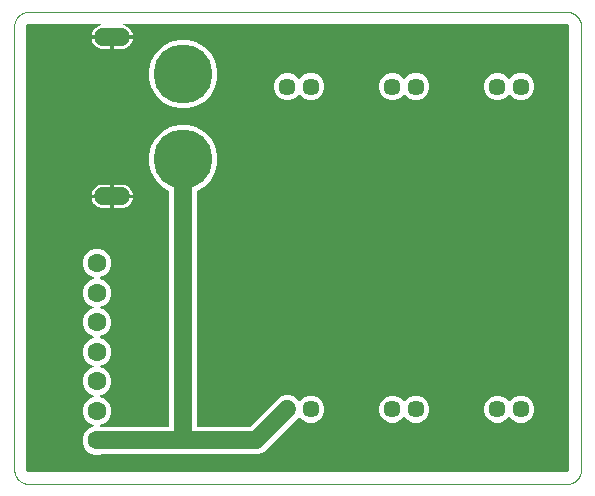
<source format=gtl>
G04 EAGLE Gerber RS-274X export*
G75*
%MOMM*%
%FSLAX34Y34*%
%LPD*%
%INTop Copper*%
%IPPOS*%
%AMOC8*
5,1,8,0,0,1.08239X$1,22.5*%
G01*
%ADD10C,0.000000*%
%ADD11C,1.447800*%
%ADD12C,1.600000*%
%ADD13C,5.000000*%
%ADD14C,1.500000*%
%ADD15C,1.524000*%

G36*
X467382Y10164D02*
X467382Y10164D01*
X467420Y10163D01*
X467698Y10185D01*
X467703Y10186D01*
X467709Y10186D01*
X467873Y10220D01*
X468402Y10392D01*
X468434Y10408D01*
X468469Y10417D01*
X468615Y10500D01*
X469065Y10827D01*
X469090Y10852D01*
X469120Y10871D01*
X469233Y10995D01*
X469560Y11445D01*
X469576Y11477D01*
X469599Y11505D01*
X469668Y11658D01*
X469840Y12187D01*
X469841Y12192D01*
X469844Y12197D01*
X469875Y12362D01*
X469897Y12640D01*
X469895Y12662D01*
X469899Y12700D01*
X469899Y387350D01*
X469896Y387372D01*
X469897Y387410D01*
X469875Y387688D01*
X469874Y387693D01*
X469874Y387699D01*
X469840Y387863D01*
X469668Y388392D01*
X469652Y388424D01*
X469643Y388459D01*
X469560Y388605D01*
X469233Y389055D01*
X469208Y389080D01*
X469189Y389110D01*
X469065Y389223D01*
X468615Y389550D01*
X468583Y389566D01*
X468555Y389589D01*
X468402Y389658D01*
X467873Y389830D01*
X467868Y389831D01*
X467863Y389834D01*
X467698Y389865D01*
X467420Y389887D01*
X467398Y389885D01*
X467360Y389889D01*
X93208Y389889D01*
X93204Y389889D01*
X93200Y389889D01*
X93081Y389868D01*
X92965Y389850D01*
X92962Y389848D01*
X92958Y389847D01*
X92851Y389789D01*
X92748Y389734D01*
X92745Y389732D01*
X92742Y389730D01*
X92659Y389641D01*
X92578Y389556D01*
X92577Y389552D01*
X92574Y389550D01*
X92525Y389441D01*
X92475Y389333D01*
X92474Y389329D01*
X92473Y389325D01*
X92461Y389206D01*
X92448Y389089D01*
X92449Y389085D01*
X92448Y389081D01*
X92475Y388964D01*
X92500Y388848D01*
X92502Y388845D01*
X92503Y388841D01*
X92566Y388738D01*
X92626Y388637D01*
X92629Y388635D01*
X92631Y388631D01*
X92723Y388554D01*
X92813Y388477D01*
X92817Y388476D01*
X92820Y388473D01*
X92973Y388404D01*
X94354Y387955D01*
X95763Y387238D01*
X97041Y386309D01*
X98159Y385191D01*
X99088Y383913D01*
X99805Y382504D01*
X100294Y381001D01*
X100425Y380173D01*
X83762Y380173D01*
X83742Y380170D01*
X83723Y380172D01*
X83621Y380150D01*
X83519Y380133D01*
X83502Y380124D01*
X83482Y380120D01*
X83393Y380067D01*
X83302Y380018D01*
X83288Y380004D01*
X83271Y379994D01*
X83204Y379915D01*
X83133Y379840D01*
X83124Y379822D01*
X83111Y379807D01*
X83072Y379711D01*
X83029Y379617D01*
X83027Y379597D01*
X83019Y379579D01*
X83001Y379412D01*
X83001Y378649D01*
X82999Y378649D01*
X82999Y379412D01*
X82996Y379432D01*
X82998Y379451D01*
X82976Y379553D01*
X82959Y379655D01*
X82950Y379672D01*
X82946Y379692D01*
X82893Y379781D01*
X82844Y379872D01*
X82830Y379886D01*
X82820Y379903D01*
X82741Y379970D01*
X82666Y380041D01*
X82648Y380050D01*
X82633Y380063D01*
X82537Y380102D01*
X82443Y380145D01*
X82423Y380147D01*
X82405Y380155D01*
X82238Y380173D01*
X65575Y380173D01*
X65706Y381001D01*
X66195Y382504D01*
X66912Y383913D01*
X67841Y385191D01*
X68959Y386309D01*
X70237Y387238D01*
X71646Y387955D01*
X73027Y388404D01*
X73031Y388406D01*
X73035Y388407D01*
X73139Y388462D01*
X73246Y388517D01*
X73249Y388520D01*
X73252Y388522D01*
X73334Y388608D01*
X73417Y388693D01*
X73419Y388697D01*
X73422Y388700D01*
X73472Y388808D01*
X73523Y388915D01*
X73524Y388919D01*
X73525Y388923D01*
X73538Y389041D01*
X73553Y389160D01*
X73552Y389164D01*
X73552Y389167D01*
X73527Y389285D01*
X73503Y389400D01*
X73501Y389404D01*
X73500Y389408D01*
X73439Y389510D01*
X73379Y389613D01*
X73376Y389616D01*
X73374Y389619D01*
X73283Y389696D01*
X73194Y389775D01*
X73190Y389776D01*
X73187Y389779D01*
X73075Y389824D01*
X72966Y389869D01*
X72963Y389869D01*
X72959Y389871D01*
X72792Y389889D01*
X12700Y389889D01*
X12678Y389886D01*
X12640Y389887D01*
X12362Y389865D01*
X12357Y389864D01*
X12351Y389864D01*
X12187Y389830D01*
X11658Y389658D01*
X11626Y389642D01*
X11591Y389633D01*
X11445Y389550D01*
X10995Y389223D01*
X10970Y389198D01*
X10940Y389179D01*
X10827Y389055D01*
X10500Y388605D01*
X10484Y388573D01*
X10461Y388545D01*
X10392Y388392D01*
X10220Y387863D01*
X10219Y387858D01*
X10216Y387853D01*
X10185Y387688D01*
X10163Y387410D01*
X10165Y387388D01*
X10161Y387350D01*
X10161Y12700D01*
X10164Y12678D01*
X10163Y12640D01*
X10185Y12362D01*
X10186Y12357D01*
X10186Y12351D01*
X10220Y12187D01*
X10392Y11658D01*
X10408Y11626D01*
X10417Y11591D01*
X10500Y11445D01*
X10827Y10995D01*
X10852Y10970D01*
X10871Y10940D01*
X10995Y10827D01*
X11445Y10500D01*
X11477Y10484D01*
X11505Y10461D01*
X11658Y10392D01*
X12187Y10220D01*
X12192Y10219D01*
X12197Y10216D01*
X12362Y10185D01*
X12640Y10163D01*
X12662Y10165D01*
X12700Y10161D01*
X467360Y10161D01*
X467382Y10164D01*
G37*
%LPC*%
G36*
X67600Y24935D02*
X67600Y24935D01*
X63166Y26772D01*
X59772Y30166D01*
X57935Y34600D01*
X57935Y39400D01*
X59772Y43834D01*
X63166Y47228D01*
X66953Y48797D01*
X67014Y48834D01*
X67080Y48864D01*
X67118Y48899D01*
X67162Y48926D01*
X67208Y48981D01*
X67261Y49030D01*
X67286Y49076D01*
X67319Y49116D01*
X67345Y49183D01*
X67379Y49246D01*
X67388Y49297D01*
X67407Y49345D01*
X67410Y49417D01*
X67423Y49488D01*
X67415Y49539D01*
X67418Y49591D01*
X67398Y49660D01*
X67387Y49731D01*
X67364Y49777D01*
X67349Y49827D01*
X67308Y49886D01*
X67276Y49950D01*
X67238Y49987D01*
X67209Y50029D01*
X67151Y50072D01*
X67100Y50122D01*
X67037Y50157D01*
X67011Y50176D01*
X66989Y50183D01*
X66953Y50203D01*
X63166Y51772D01*
X59772Y55166D01*
X57935Y59600D01*
X57935Y64400D01*
X59772Y68834D01*
X63166Y72228D01*
X66953Y73797D01*
X67014Y73834D01*
X67080Y73864D01*
X67118Y73899D01*
X67162Y73926D01*
X67208Y73981D01*
X67261Y74030D01*
X67286Y74076D01*
X67319Y74116D01*
X67345Y74183D01*
X67379Y74246D01*
X67388Y74297D01*
X67407Y74345D01*
X67410Y74417D01*
X67423Y74488D01*
X67415Y74539D01*
X67418Y74591D01*
X67398Y74660D01*
X67387Y74731D01*
X67364Y74777D01*
X67349Y74827D01*
X67308Y74886D01*
X67276Y74950D01*
X67238Y74987D01*
X67209Y75029D01*
X67151Y75072D01*
X67100Y75122D01*
X67037Y75157D01*
X67011Y75176D01*
X66989Y75183D01*
X66953Y75203D01*
X63166Y76772D01*
X59772Y80166D01*
X57935Y84600D01*
X57935Y89400D01*
X59772Y93834D01*
X63166Y97228D01*
X66953Y98797D01*
X67014Y98834D01*
X67080Y98864D01*
X67118Y98899D01*
X67162Y98926D01*
X67208Y98981D01*
X67261Y99030D01*
X67286Y99076D01*
X67319Y99116D01*
X67345Y99183D01*
X67379Y99246D01*
X67388Y99297D01*
X67407Y99345D01*
X67410Y99417D01*
X67423Y99488D01*
X67415Y99539D01*
X67418Y99591D01*
X67398Y99660D01*
X67387Y99731D01*
X67364Y99777D01*
X67349Y99827D01*
X67308Y99886D01*
X67276Y99950D01*
X67238Y99987D01*
X67209Y100029D01*
X67151Y100072D01*
X67100Y100122D01*
X67037Y100157D01*
X67011Y100176D01*
X66989Y100183D01*
X66953Y100203D01*
X63166Y101772D01*
X59772Y105166D01*
X57935Y109600D01*
X57935Y114400D01*
X59772Y118834D01*
X63166Y122228D01*
X66953Y123797D01*
X67014Y123834D01*
X67080Y123864D01*
X67118Y123899D01*
X67162Y123926D01*
X67208Y123981D01*
X67261Y124030D01*
X67286Y124076D01*
X67319Y124116D01*
X67345Y124183D01*
X67379Y124246D01*
X67388Y124297D01*
X67407Y124345D01*
X67410Y124417D01*
X67423Y124488D01*
X67415Y124539D01*
X67418Y124591D01*
X67398Y124660D01*
X67387Y124731D01*
X67364Y124777D01*
X67349Y124827D01*
X67308Y124886D01*
X67276Y124950D01*
X67238Y124987D01*
X67209Y125029D01*
X67151Y125072D01*
X67100Y125122D01*
X67037Y125157D01*
X67011Y125176D01*
X66989Y125183D01*
X66953Y125203D01*
X63166Y126772D01*
X59772Y130166D01*
X57935Y134600D01*
X57935Y139400D01*
X59772Y143834D01*
X63166Y147228D01*
X66953Y148797D01*
X67014Y148834D01*
X67080Y148864D01*
X67118Y148899D01*
X67162Y148926D01*
X67208Y148981D01*
X67261Y149030D01*
X67286Y149076D01*
X67319Y149116D01*
X67345Y149183D01*
X67379Y149246D01*
X67388Y149297D01*
X67407Y149345D01*
X67410Y149417D01*
X67423Y149488D01*
X67415Y149539D01*
X67418Y149591D01*
X67398Y149660D01*
X67387Y149731D01*
X67364Y149777D01*
X67349Y149827D01*
X67308Y149886D01*
X67276Y149950D01*
X67238Y149987D01*
X67209Y150029D01*
X67151Y150072D01*
X67100Y150122D01*
X67037Y150157D01*
X67011Y150176D01*
X66989Y150183D01*
X66953Y150203D01*
X63166Y151772D01*
X59772Y155166D01*
X57935Y159600D01*
X57935Y164400D01*
X59772Y168834D01*
X63166Y172228D01*
X66953Y173797D01*
X67014Y173834D01*
X67080Y173864D01*
X67118Y173899D01*
X67162Y173926D01*
X67208Y173981D01*
X67261Y174030D01*
X67286Y174076D01*
X67319Y174116D01*
X67345Y174183D01*
X67379Y174246D01*
X67388Y174297D01*
X67407Y174345D01*
X67410Y174417D01*
X67423Y174488D01*
X67415Y174539D01*
X67418Y174591D01*
X67398Y174660D01*
X67387Y174731D01*
X67364Y174777D01*
X67349Y174827D01*
X67308Y174886D01*
X67276Y174950D01*
X67238Y174987D01*
X67209Y175029D01*
X67151Y175072D01*
X67100Y175122D01*
X67037Y175157D01*
X67011Y175176D01*
X66989Y175183D01*
X66953Y175203D01*
X63166Y176772D01*
X59772Y180166D01*
X57935Y184600D01*
X57935Y189400D01*
X59772Y193834D01*
X63166Y197228D01*
X67600Y199065D01*
X72400Y199065D01*
X76834Y197228D01*
X80228Y193834D01*
X82065Y189400D01*
X82065Y184600D01*
X80228Y180166D01*
X76834Y176772D01*
X73047Y175203D01*
X72986Y175165D01*
X72920Y175136D01*
X72882Y175101D01*
X72838Y175074D01*
X72792Y175018D01*
X72739Y174970D01*
X72714Y174924D01*
X72681Y174884D01*
X72655Y174817D01*
X72621Y174754D01*
X72611Y174703D01*
X72593Y174655D01*
X72590Y174583D01*
X72577Y174512D01*
X72585Y174461D01*
X72582Y174409D01*
X72602Y174340D01*
X72613Y174269D01*
X72636Y174223D01*
X72651Y174173D01*
X72692Y174114D01*
X72724Y174050D01*
X72762Y174013D01*
X72791Y173971D01*
X72849Y173928D01*
X72900Y173878D01*
X72963Y173843D01*
X72989Y173824D01*
X73011Y173817D01*
X73047Y173797D01*
X76834Y172228D01*
X80228Y168834D01*
X82065Y164400D01*
X82065Y159600D01*
X80228Y155166D01*
X76834Y151772D01*
X73047Y150203D01*
X72986Y150165D01*
X72920Y150136D01*
X72882Y150101D01*
X72838Y150074D01*
X72792Y150018D01*
X72739Y149970D01*
X72714Y149924D01*
X72681Y149884D01*
X72655Y149817D01*
X72621Y149754D01*
X72611Y149703D01*
X72593Y149655D01*
X72590Y149583D01*
X72577Y149512D01*
X72585Y149461D01*
X72582Y149409D01*
X72602Y149340D01*
X72613Y149269D01*
X72636Y149223D01*
X72651Y149173D01*
X72692Y149114D01*
X72724Y149050D01*
X72762Y149013D01*
X72791Y148971D01*
X72849Y148928D01*
X72900Y148878D01*
X72963Y148843D01*
X72989Y148824D01*
X73011Y148817D01*
X73047Y148797D01*
X76834Y147228D01*
X80228Y143834D01*
X82065Y139400D01*
X82065Y134600D01*
X80228Y130166D01*
X76834Y126772D01*
X73047Y125203D01*
X72986Y125165D01*
X72920Y125136D01*
X72882Y125101D01*
X72838Y125074D01*
X72792Y125018D01*
X72739Y124970D01*
X72714Y124924D01*
X72681Y124884D01*
X72655Y124817D01*
X72621Y124754D01*
X72611Y124703D01*
X72593Y124655D01*
X72590Y124583D01*
X72577Y124512D01*
X72585Y124461D01*
X72582Y124409D01*
X72602Y124340D01*
X72613Y124269D01*
X72636Y124223D01*
X72651Y124173D01*
X72692Y124114D01*
X72724Y124050D01*
X72762Y124013D01*
X72791Y123971D01*
X72849Y123928D01*
X72900Y123878D01*
X72963Y123843D01*
X72989Y123824D01*
X73011Y123817D01*
X73047Y123797D01*
X76834Y122228D01*
X80228Y118834D01*
X82065Y114400D01*
X82065Y109600D01*
X80228Y105166D01*
X76834Y101772D01*
X73047Y100203D01*
X72986Y100165D01*
X72920Y100136D01*
X72882Y100101D01*
X72838Y100074D01*
X72792Y100018D01*
X72739Y99970D01*
X72714Y99924D01*
X72681Y99884D01*
X72655Y99817D01*
X72621Y99754D01*
X72611Y99703D01*
X72593Y99655D01*
X72590Y99583D01*
X72577Y99512D01*
X72585Y99461D01*
X72582Y99409D01*
X72602Y99340D01*
X72613Y99269D01*
X72636Y99223D01*
X72651Y99173D01*
X72692Y99114D01*
X72724Y99050D01*
X72762Y99013D01*
X72791Y98971D01*
X72849Y98928D01*
X72900Y98878D01*
X72963Y98843D01*
X72989Y98824D01*
X73011Y98817D01*
X73047Y98797D01*
X76834Y97228D01*
X80228Y93834D01*
X82065Y89400D01*
X82065Y84600D01*
X80228Y80166D01*
X76834Y76772D01*
X73047Y75203D01*
X72986Y75165D01*
X72920Y75136D01*
X72882Y75101D01*
X72838Y75074D01*
X72792Y75018D01*
X72739Y74970D01*
X72714Y74924D01*
X72681Y74884D01*
X72655Y74817D01*
X72621Y74754D01*
X72611Y74703D01*
X72593Y74655D01*
X72590Y74583D01*
X72577Y74512D01*
X72585Y74461D01*
X72582Y74409D01*
X72602Y74340D01*
X72613Y74269D01*
X72636Y74223D01*
X72651Y74173D01*
X72692Y74114D01*
X72724Y74050D01*
X72762Y74013D01*
X72791Y73971D01*
X72849Y73928D01*
X72900Y73878D01*
X72963Y73843D01*
X72989Y73824D01*
X73011Y73817D01*
X73047Y73797D01*
X76834Y72228D01*
X80228Y68834D01*
X82065Y64400D01*
X82065Y59600D01*
X80228Y55166D01*
X76834Y51772D01*
X73047Y50203D01*
X72986Y50165D01*
X72920Y50136D01*
X72882Y50101D01*
X72838Y50074D01*
X72792Y50018D01*
X72739Y49970D01*
X72714Y49924D01*
X72681Y49884D01*
X72655Y49817D01*
X72621Y49754D01*
X72611Y49703D01*
X72593Y49655D01*
X72590Y49583D01*
X72577Y49512D01*
X72585Y49461D01*
X72582Y49409D01*
X72602Y49340D01*
X72613Y49269D01*
X72636Y49223D01*
X72651Y49173D01*
X72692Y49114D01*
X72724Y49050D01*
X72762Y49013D01*
X72791Y48971D01*
X72849Y48928D01*
X72900Y48878D01*
X72963Y48843D01*
X72989Y48824D01*
X73011Y48817D01*
X73047Y48797D01*
X73177Y48743D01*
X73241Y48728D01*
X73302Y48703D01*
X73385Y48694D01*
X73417Y48686D01*
X73436Y48688D01*
X73469Y48685D01*
X130554Y48685D01*
X130574Y48688D01*
X130593Y48686D01*
X130695Y48708D01*
X130797Y48724D01*
X130814Y48734D01*
X130834Y48738D01*
X130923Y48791D01*
X131014Y48840D01*
X131028Y48854D01*
X131045Y48864D01*
X131112Y48943D01*
X131184Y49018D01*
X131192Y49036D01*
X131205Y49051D01*
X131244Y49147D01*
X131287Y49241D01*
X131289Y49261D01*
X131297Y49279D01*
X131315Y49446D01*
X131315Y247896D01*
X131304Y247962D01*
X131303Y248030D01*
X131285Y248083D01*
X131276Y248138D01*
X131244Y248198D01*
X131221Y248262D01*
X131187Y248306D01*
X131160Y248356D01*
X131112Y248402D01*
X131070Y248456D01*
X131006Y248502D01*
X130982Y248525D01*
X130963Y248534D01*
X130935Y248555D01*
X125154Y251892D01*
X119742Y257304D01*
X115916Y263931D01*
X113935Y271324D01*
X113935Y278976D01*
X115916Y286369D01*
X119742Y292996D01*
X125154Y298408D01*
X131781Y302234D01*
X139174Y304215D01*
X146826Y304215D01*
X154219Y302234D01*
X160846Y298408D01*
X166258Y292996D01*
X170084Y286369D01*
X172065Y278976D01*
X172065Y271324D01*
X170084Y263931D01*
X166258Y257304D01*
X160846Y251892D01*
X155065Y248555D01*
X155013Y248512D01*
X154955Y248477D01*
X154918Y248435D01*
X154875Y248399D01*
X154839Y248342D01*
X154795Y248290D01*
X154774Y248238D01*
X154744Y248191D01*
X154728Y248125D01*
X154703Y248062D01*
X154694Y247984D01*
X154687Y247952D01*
X154689Y247931D01*
X154685Y247896D01*
X154685Y49446D01*
X154688Y49426D01*
X154686Y49407D01*
X154708Y49305D01*
X154724Y49203D01*
X154734Y49186D01*
X154738Y49166D01*
X154791Y49077D01*
X154840Y48986D01*
X154854Y48972D01*
X154864Y48955D01*
X154943Y48888D01*
X155018Y48816D01*
X155036Y48808D01*
X155051Y48795D01*
X155147Y48756D01*
X155241Y48713D01*
X155261Y48711D01*
X155279Y48703D01*
X155446Y48685D01*
X199645Y48685D01*
X199735Y48699D01*
X199826Y48707D01*
X199855Y48719D01*
X199887Y48724D01*
X199968Y48767D01*
X200052Y48803D01*
X200084Y48829D01*
X200105Y48840D01*
X200127Y48863D01*
X200183Y48908D01*
X224681Y73406D01*
X228976Y75185D01*
X233624Y75185D01*
X237919Y73406D01*
X241031Y70294D01*
X241047Y70282D01*
X241060Y70266D01*
X241147Y70210D01*
X241231Y70150D01*
X241250Y70144D01*
X241267Y70133D01*
X241367Y70108D01*
X241466Y70078D01*
X241486Y70078D01*
X241505Y70073D01*
X241608Y70081D01*
X241712Y70084D01*
X241731Y70091D01*
X241750Y70092D01*
X241845Y70133D01*
X241943Y70168D01*
X241958Y70181D01*
X241977Y70189D01*
X242108Y70294D01*
X244897Y73083D01*
X249052Y74804D01*
X253548Y74804D01*
X257703Y73083D01*
X260883Y69903D01*
X262604Y65748D01*
X262604Y61252D01*
X260883Y57097D01*
X257703Y53917D01*
X253548Y52196D01*
X249052Y52196D01*
X244897Y53917D01*
X242108Y56706D01*
X242092Y56718D01*
X242079Y56734D01*
X241992Y56790D01*
X241908Y56850D01*
X241889Y56856D01*
X241872Y56867D01*
X241772Y56892D01*
X241673Y56922D01*
X241653Y56922D01*
X241634Y56927D01*
X241531Y56919D01*
X241427Y56916D01*
X241408Y56909D01*
X241388Y56908D01*
X241294Y56867D01*
X241196Y56832D01*
X241180Y56819D01*
X241162Y56811D01*
X241031Y56706D01*
X211419Y27094D01*
X207124Y25315D01*
X73469Y25315D01*
X73404Y25305D01*
X73338Y25304D01*
X73258Y25281D01*
X73226Y25276D01*
X73209Y25266D01*
X73177Y25257D01*
X72400Y24935D01*
X67600Y24935D01*
G37*
%LPD*%
%LPC*%
G36*
X139174Y318085D02*
X139174Y318085D01*
X131781Y320066D01*
X125154Y323892D01*
X119742Y329304D01*
X115916Y335931D01*
X113935Y343324D01*
X113935Y350976D01*
X115916Y358369D01*
X119742Y364996D01*
X125154Y370408D01*
X131781Y374234D01*
X139174Y376215D01*
X146826Y376215D01*
X154219Y374234D01*
X160846Y370408D01*
X166258Y364996D01*
X170084Y358369D01*
X172065Y350976D01*
X172065Y343324D01*
X170084Y335931D01*
X166258Y329304D01*
X160846Y323892D01*
X154219Y320066D01*
X146826Y318085D01*
X139174Y318085D01*
G37*
%LPD*%
%LPC*%
G36*
X406852Y325246D02*
X406852Y325246D01*
X402697Y326967D01*
X399517Y330147D01*
X397796Y334302D01*
X397796Y338798D01*
X399517Y342953D01*
X402697Y346133D01*
X406852Y347854D01*
X411348Y347854D01*
X415503Y346133D01*
X418562Y343074D01*
X418578Y343063D01*
X418590Y343047D01*
X418678Y342991D01*
X418761Y342931D01*
X418780Y342925D01*
X418797Y342914D01*
X418898Y342889D01*
X418997Y342858D01*
X419016Y342859D01*
X419036Y342854D01*
X419139Y342862D01*
X419242Y342865D01*
X419261Y342872D01*
X419281Y342873D01*
X419376Y342913D01*
X419473Y342949D01*
X419489Y342962D01*
X419507Y342969D01*
X419638Y343074D01*
X422697Y346133D01*
X426852Y347854D01*
X431348Y347854D01*
X435503Y346133D01*
X438683Y342953D01*
X440404Y338798D01*
X440404Y334302D01*
X438683Y330147D01*
X435503Y326967D01*
X431348Y325246D01*
X426852Y325246D01*
X422697Y326967D01*
X419638Y330026D01*
X419622Y330037D01*
X419610Y330053D01*
X419522Y330109D01*
X419439Y330169D01*
X419420Y330175D01*
X419403Y330186D01*
X419302Y330211D01*
X419203Y330242D01*
X419184Y330241D01*
X419164Y330246D01*
X419061Y330238D01*
X418958Y330235D01*
X418939Y330228D01*
X418919Y330227D01*
X418824Y330187D01*
X418727Y330151D01*
X418711Y330138D01*
X418693Y330131D01*
X418562Y330026D01*
X415503Y326967D01*
X411348Y325246D01*
X406852Y325246D01*
G37*
%LPD*%
%LPC*%
G36*
X317952Y325246D02*
X317952Y325246D01*
X313797Y326967D01*
X310617Y330147D01*
X308896Y334302D01*
X308896Y338798D01*
X310617Y342953D01*
X313797Y346133D01*
X317952Y347854D01*
X322448Y347854D01*
X326603Y346133D01*
X329662Y343074D01*
X329678Y343063D01*
X329690Y343047D01*
X329778Y342991D01*
X329861Y342931D01*
X329880Y342925D01*
X329897Y342914D01*
X329998Y342889D01*
X330097Y342858D01*
X330116Y342859D01*
X330136Y342854D01*
X330239Y342862D01*
X330342Y342865D01*
X330361Y342872D01*
X330381Y342873D01*
X330476Y342913D01*
X330573Y342949D01*
X330589Y342962D01*
X330607Y342969D01*
X330738Y343074D01*
X333797Y346133D01*
X337952Y347854D01*
X342448Y347854D01*
X346603Y346133D01*
X349783Y342953D01*
X351504Y338798D01*
X351504Y334302D01*
X349783Y330147D01*
X346603Y326967D01*
X342448Y325246D01*
X337952Y325246D01*
X333797Y326967D01*
X330738Y330026D01*
X330722Y330037D01*
X330710Y330053D01*
X330622Y330109D01*
X330539Y330169D01*
X330520Y330175D01*
X330503Y330186D01*
X330402Y330211D01*
X330303Y330242D01*
X330284Y330241D01*
X330264Y330246D01*
X330161Y330238D01*
X330058Y330235D01*
X330039Y330228D01*
X330019Y330227D01*
X329924Y330187D01*
X329827Y330151D01*
X329811Y330138D01*
X329793Y330131D01*
X329662Y330026D01*
X326603Y326967D01*
X322448Y325246D01*
X317952Y325246D01*
G37*
%LPD*%
%LPC*%
G36*
X229052Y325246D02*
X229052Y325246D01*
X224897Y326967D01*
X221717Y330147D01*
X219996Y334302D01*
X219996Y338798D01*
X221717Y342953D01*
X224897Y346133D01*
X229052Y347854D01*
X233548Y347854D01*
X237703Y346133D01*
X240762Y343074D01*
X240778Y343063D01*
X240790Y343047D01*
X240878Y342991D01*
X240961Y342931D01*
X240980Y342925D01*
X240997Y342914D01*
X241098Y342889D01*
X241197Y342858D01*
X241216Y342859D01*
X241236Y342854D01*
X241339Y342862D01*
X241442Y342865D01*
X241461Y342872D01*
X241481Y342873D01*
X241576Y342913D01*
X241673Y342949D01*
X241689Y342962D01*
X241707Y342969D01*
X241838Y343074D01*
X244897Y346133D01*
X249052Y347854D01*
X253548Y347854D01*
X257703Y346133D01*
X260883Y342953D01*
X262604Y338798D01*
X262604Y334302D01*
X260883Y330147D01*
X257703Y326967D01*
X253548Y325246D01*
X249052Y325246D01*
X244897Y326967D01*
X241838Y330026D01*
X241822Y330037D01*
X241810Y330053D01*
X241722Y330109D01*
X241639Y330169D01*
X241620Y330175D01*
X241603Y330186D01*
X241502Y330211D01*
X241403Y330242D01*
X241384Y330241D01*
X241364Y330246D01*
X241261Y330238D01*
X241158Y330235D01*
X241139Y330228D01*
X241119Y330227D01*
X241024Y330187D01*
X240927Y330151D01*
X240911Y330138D01*
X240893Y330131D01*
X240762Y330026D01*
X237703Y326967D01*
X233548Y325246D01*
X229052Y325246D01*
G37*
%LPD*%
%LPC*%
G36*
X406852Y52196D02*
X406852Y52196D01*
X402697Y53917D01*
X399517Y57097D01*
X397796Y61252D01*
X397796Y65748D01*
X399517Y69903D01*
X402697Y73083D01*
X406852Y74804D01*
X411348Y74804D01*
X415503Y73083D01*
X418562Y70024D01*
X418578Y70013D01*
X418590Y69997D01*
X418678Y69941D01*
X418761Y69881D01*
X418780Y69875D01*
X418797Y69864D01*
X418898Y69839D01*
X418997Y69808D01*
X419016Y69809D01*
X419036Y69804D01*
X419139Y69812D01*
X419242Y69815D01*
X419261Y69822D01*
X419281Y69823D01*
X419376Y69863D01*
X419473Y69899D01*
X419489Y69912D01*
X419507Y69919D01*
X419638Y70024D01*
X422697Y73083D01*
X426852Y74804D01*
X431348Y74804D01*
X435503Y73083D01*
X438683Y69903D01*
X440404Y65748D01*
X440404Y61252D01*
X438683Y57097D01*
X435503Y53917D01*
X431348Y52196D01*
X426852Y52196D01*
X422697Y53917D01*
X419638Y56976D01*
X419622Y56987D01*
X419610Y57003D01*
X419522Y57059D01*
X419439Y57119D01*
X419420Y57125D01*
X419403Y57136D01*
X419302Y57161D01*
X419203Y57192D01*
X419184Y57191D01*
X419164Y57196D01*
X419061Y57188D01*
X418958Y57185D01*
X418939Y57178D01*
X418919Y57177D01*
X418824Y57137D01*
X418727Y57101D01*
X418711Y57088D01*
X418693Y57081D01*
X418562Y56976D01*
X415503Y53917D01*
X411348Y52196D01*
X406852Y52196D01*
G37*
%LPD*%
%LPC*%
G36*
X317952Y52196D02*
X317952Y52196D01*
X313797Y53917D01*
X310617Y57097D01*
X308896Y61252D01*
X308896Y65748D01*
X310617Y69903D01*
X313797Y73083D01*
X317952Y74804D01*
X322448Y74804D01*
X326603Y73083D01*
X329662Y70024D01*
X329678Y70013D01*
X329690Y69997D01*
X329778Y69941D01*
X329861Y69881D01*
X329880Y69875D01*
X329897Y69864D01*
X329998Y69839D01*
X330097Y69808D01*
X330116Y69809D01*
X330136Y69804D01*
X330239Y69812D01*
X330342Y69815D01*
X330361Y69822D01*
X330381Y69823D01*
X330476Y69863D01*
X330573Y69899D01*
X330589Y69912D01*
X330607Y69919D01*
X330738Y70024D01*
X333797Y73083D01*
X337952Y74804D01*
X342448Y74804D01*
X346603Y73083D01*
X349783Y69903D01*
X351504Y65748D01*
X351504Y61252D01*
X349783Y57097D01*
X346603Y53917D01*
X342448Y52196D01*
X337952Y52196D01*
X333797Y53917D01*
X330738Y56976D01*
X330722Y56987D01*
X330710Y57003D01*
X330622Y57059D01*
X330539Y57119D01*
X330520Y57125D01*
X330503Y57136D01*
X330402Y57161D01*
X330303Y57192D01*
X330284Y57191D01*
X330264Y57196D01*
X330161Y57188D01*
X330058Y57185D01*
X330039Y57178D01*
X330019Y57177D01*
X329924Y57137D01*
X329827Y57101D01*
X329811Y57088D01*
X329793Y57081D01*
X329662Y56976D01*
X326603Y53917D01*
X322448Y52196D01*
X317952Y52196D01*
G37*
%LPD*%
%LPC*%
G36*
X84523Y245173D02*
X84523Y245173D01*
X84523Y253691D01*
X91290Y253691D01*
X92851Y253444D01*
X94354Y252955D01*
X95763Y252238D01*
X97041Y251309D01*
X98159Y250191D01*
X99088Y248913D01*
X99805Y247504D01*
X100294Y246001D01*
X100425Y245173D01*
X84523Y245173D01*
G37*
%LPD*%
%LPC*%
G36*
X65575Y245173D02*
X65575Y245173D01*
X65706Y246001D01*
X66195Y247504D01*
X66912Y248913D01*
X67841Y250191D01*
X68959Y251309D01*
X70237Y252238D01*
X71646Y252955D01*
X73149Y253444D01*
X74710Y253691D01*
X81477Y253691D01*
X81477Y245173D01*
X65575Y245173D01*
G37*
%LPD*%
%LPC*%
G36*
X84523Y368609D02*
X84523Y368609D01*
X84523Y377127D01*
X100425Y377127D01*
X100294Y376299D01*
X99805Y374796D01*
X99088Y373387D01*
X98159Y372109D01*
X97041Y370991D01*
X95763Y370062D01*
X94354Y369345D01*
X92851Y368856D01*
X91290Y368609D01*
X84523Y368609D01*
G37*
%LPD*%
%LPC*%
G36*
X84523Y233609D02*
X84523Y233609D01*
X84523Y242127D01*
X100425Y242127D01*
X100294Y241299D01*
X99805Y239796D01*
X99088Y238387D01*
X98159Y237109D01*
X97041Y235991D01*
X95763Y235062D01*
X94354Y234345D01*
X92851Y233856D01*
X91290Y233609D01*
X84523Y233609D01*
G37*
%LPD*%
%LPC*%
G36*
X74710Y368609D02*
X74710Y368609D01*
X73149Y368856D01*
X71646Y369345D01*
X70237Y370062D01*
X68959Y370991D01*
X67841Y372109D01*
X66912Y373387D01*
X66195Y374796D01*
X65706Y376299D01*
X65575Y377127D01*
X81477Y377127D01*
X81477Y368609D01*
X74710Y368609D01*
G37*
%LPD*%
%LPC*%
G36*
X74710Y233609D02*
X74710Y233609D01*
X73149Y233856D01*
X71646Y234345D01*
X70237Y235062D01*
X68959Y235991D01*
X67841Y237109D01*
X66912Y238387D01*
X66195Y239796D01*
X65706Y241299D01*
X65575Y242127D01*
X81477Y242127D01*
X81477Y233609D01*
X74710Y233609D01*
G37*
%LPD*%
%LPC*%
G36*
X82999Y243649D02*
X82999Y243649D01*
X82999Y243651D01*
X83001Y243651D01*
X83001Y243649D01*
X82999Y243649D01*
G37*
%LPD*%
D10*
X0Y387350D02*
X0Y12700D01*
X4Y12393D01*
X15Y12086D01*
X33Y11780D01*
X59Y11474D01*
X93Y11169D01*
X133Y10865D01*
X181Y10562D01*
X237Y10260D01*
X299Y9960D01*
X369Y9661D01*
X446Y9364D01*
X530Y9068D01*
X622Y8775D01*
X720Y8485D01*
X825Y8197D01*
X938Y7911D01*
X1057Y7628D01*
X1183Y7348D01*
X1315Y7071D01*
X1455Y6798D01*
X1601Y6528D01*
X1753Y6262D01*
X1912Y5999D01*
X2077Y5740D01*
X2248Y5486D01*
X2425Y5235D01*
X2609Y4989D01*
X2798Y4747D01*
X2993Y4511D01*
X3194Y4278D01*
X3400Y4051D01*
X3612Y3829D01*
X3829Y3612D01*
X4051Y3400D01*
X4278Y3194D01*
X4511Y2993D01*
X4747Y2798D01*
X4989Y2609D01*
X5235Y2425D01*
X5486Y2248D01*
X5740Y2077D01*
X5999Y1912D01*
X6262Y1753D01*
X6528Y1601D01*
X6798Y1455D01*
X7071Y1315D01*
X7348Y1183D01*
X7628Y1057D01*
X7911Y938D01*
X8197Y825D01*
X8485Y720D01*
X8775Y622D01*
X9068Y530D01*
X9364Y446D01*
X9661Y369D01*
X9960Y299D01*
X10260Y237D01*
X10562Y181D01*
X10865Y133D01*
X11169Y93D01*
X11474Y59D01*
X11780Y33D01*
X12086Y15D01*
X12393Y4D01*
X12700Y0D01*
X467360Y0D01*
X467667Y4D01*
X467974Y15D01*
X468280Y33D01*
X468586Y59D01*
X468891Y93D01*
X469195Y133D01*
X469498Y181D01*
X469800Y237D01*
X470100Y299D01*
X470399Y369D01*
X470696Y446D01*
X470992Y530D01*
X471285Y622D01*
X471575Y720D01*
X471863Y825D01*
X472149Y938D01*
X472432Y1057D01*
X472712Y1183D01*
X472989Y1315D01*
X473262Y1455D01*
X473532Y1601D01*
X473798Y1753D01*
X474061Y1912D01*
X474320Y2077D01*
X474574Y2248D01*
X474825Y2425D01*
X475071Y2609D01*
X475313Y2798D01*
X475549Y2993D01*
X475782Y3194D01*
X476009Y3400D01*
X476231Y3612D01*
X476448Y3829D01*
X476660Y4051D01*
X476866Y4278D01*
X477067Y4511D01*
X477262Y4747D01*
X477451Y4989D01*
X477635Y5235D01*
X477812Y5486D01*
X477983Y5740D01*
X478148Y5999D01*
X478307Y6262D01*
X478459Y6528D01*
X478605Y6798D01*
X478745Y7071D01*
X478877Y7348D01*
X479003Y7628D01*
X479122Y7911D01*
X479235Y8197D01*
X479340Y8485D01*
X479438Y8775D01*
X479530Y9068D01*
X479614Y9364D01*
X479691Y9661D01*
X479761Y9960D01*
X479823Y10260D01*
X479879Y10562D01*
X479927Y10865D01*
X479967Y11169D01*
X480001Y11474D01*
X480027Y11780D01*
X480045Y12086D01*
X480056Y12393D01*
X480060Y12700D01*
X480060Y387350D01*
X480056Y387657D01*
X480045Y387964D01*
X480027Y388270D01*
X480001Y388576D01*
X479967Y388881D01*
X479927Y389185D01*
X479879Y389488D01*
X479823Y389790D01*
X479761Y390090D01*
X479691Y390389D01*
X479614Y390686D01*
X479530Y390982D01*
X479438Y391275D01*
X479340Y391565D01*
X479235Y391853D01*
X479122Y392139D01*
X479003Y392422D01*
X478877Y392702D01*
X478745Y392979D01*
X478605Y393252D01*
X478459Y393522D01*
X478307Y393788D01*
X478148Y394051D01*
X477983Y394310D01*
X477812Y394564D01*
X477635Y394815D01*
X477451Y395061D01*
X477262Y395303D01*
X477067Y395539D01*
X476866Y395772D01*
X476660Y395999D01*
X476448Y396221D01*
X476231Y396438D01*
X476009Y396650D01*
X475782Y396856D01*
X475549Y397057D01*
X475313Y397252D01*
X475071Y397441D01*
X474825Y397625D01*
X474574Y397802D01*
X474320Y397973D01*
X474061Y398138D01*
X473798Y398297D01*
X473532Y398449D01*
X473262Y398595D01*
X472989Y398735D01*
X472712Y398867D01*
X472432Y398993D01*
X472149Y399112D01*
X471863Y399225D01*
X471575Y399330D01*
X471285Y399428D01*
X470992Y399520D01*
X470696Y399604D01*
X470399Y399681D01*
X470100Y399751D01*
X469800Y399813D01*
X469498Y399869D01*
X469195Y399917D01*
X468891Y399957D01*
X468586Y399991D01*
X468280Y400017D01*
X467974Y400035D01*
X467667Y400046D01*
X467360Y400050D01*
X12700Y400050D01*
X12393Y400046D01*
X12086Y400035D01*
X11780Y400017D01*
X11474Y399991D01*
X11169Y399957D01*
X10865Y399917D01*
X10562Y399869D01*
X10260Y399813D01*
X9960Y399751D01*
X9661Y399681D01*
X9364Y399604D01*
X9068Y399520D01*
X8775Y399428D01*
X8485Y399330D01*
X8197Y399225D01*
X7911Y399112D01*
X7628Y398993D01*
X7348Y398867D01*
X7071Y398735D01*
X6798Y398595D01*
X6528Y398449D01*
X6262Y398297D01*
X5999Y398138D01*
X5740Y397973D01*
X5486Y397802D01*
X5235Y397625D01*
X4989Y397441D01*
X4747Y397252D01*
X4511Y397057D01*
X4278Y396856D01*
X4051Y396650D01*
X3829Y396438D01*
X3612Y396221D01*
X3400Y395999D01*
X3194Y395772D01*
X2993Y395539D01*
X2798Y395303D01*
X2609Y395061D01*
X2425Y394815D01*
X2248Y394564D01*
X2077Y394310D01*
X1912Y394051D01*
X1753Y393788D01*
X1601Y393522D01*
X1455Y393252D01*
X1315Y392979D01*
X1183Y392702D01*
X1057Y392422D01*
X938Y392139D01*
X825Y391853D01*
X720Y391565D01*
X622Y391275D01*
X530Y390982D01*
X446Y390686D01*
X369Y390389D01*
X299Y390090D01*
X237Y389790D01*
X181Y389488D01*
X133Y389185D01*
X93Y388881D01*
X59Y388576D01*
X33Y388270D01*
X15Y387964D01*
X4Y387657D01*
X0Y387350D01*
D11*
X251300Y63500D03*
X231300Y63500D03*
X340200Y63500D03*
X320200Y63500D03*
X429100Y63500D03*
X409100Y63500D03*
X409100Y336550D03*
X429100Y336550D03*
X320200Y336550D03*
X340200Y336550D03*
X231300Y336550D03*
X251300Y336550D03*
D12*
X70000Y37000D03*
X70000Y62000D03*
X70000Y87000D03*
X70000Y112000D03*
X70000Y137000D03*
X70000Y162000D03*
X70000Y187000D03*
D13*
X143000Y275150D03*
X143000Y347150D03*
D14*
X90500Y243650D02*
X75500Y243650D01*
X75500Y378650D02*
X90500Y378650D01*
D15*
X70000Y37000D02*
X146050Y37000D01*
X143000Y40050D02*
X143000Y275150D01*
X143000Y40050D02*
X146050Y37000D01*
X204800Y37000D01*
X231300Y63500D01*
M02*

</source>
